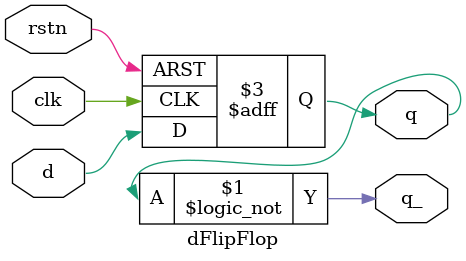
<source format=v>
module dFlipFlop (input d,  
	input rstn,  
		input clk,  
		output reg q,
	output q_);

	assign q_ = !q;
		  
		always @ (posedge clk or posedge rstn)  begin
	if (rstn)  
	q <= 0;  
			else  
				q <= d;  
	end

endmodule  
</source>
